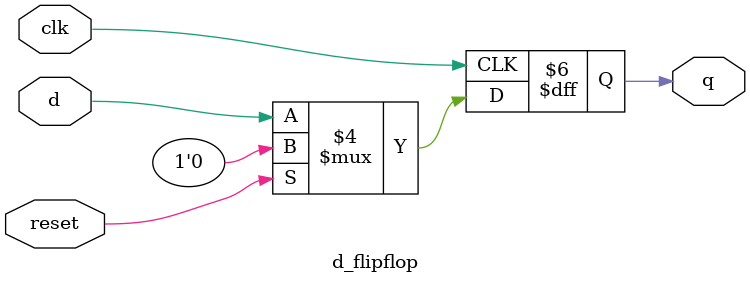
<source format=v>
module d_flipflop(input d,
                 input clk,
                 input reset,
                  output reg q);
  always @(posedge clk)
    if(reset == 1)begin
       q <= 0;
    end
    else 
       q <= d;
   // end 
endmodule
      


</source>
